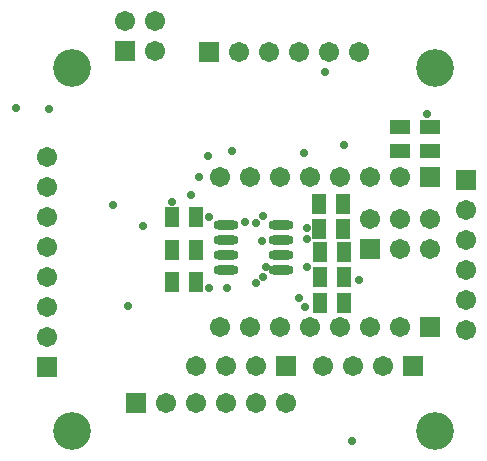
<source format=gbs>
G04*
G04 #@! TF.GenerationSoftware,Altium Limited,Altium Designer,19.1.8 (144)*
G04*
G04 Layer_Color=16711935*
%FSLAX25Y25*%
%MOIN*%
G70*
G01*
G75*
%ADD26R,0.04800X0.06800*%
%ADD28R,0.06800X0.04800*%
%ADD33R,0.06706X0.06706*%
%ADD34C,0.06706*%
%ADD35R,0.06706X0.06706*%
%ADD36C,0.02769*%
%ADD37C,0.12611*%
%ADD48O,0.08280X0.03162*%
D26*
X113000Y65000D02*
D03*
X105000D02*
D03*
Y82000D02*
D03*
X113000D02*
D03*
Y73750D02*
D03*
X105000D02*
D03*
X63500Y72000D02*
D03*
X55500D02*
D03*
X104500Y89750D02*
D03*
X112500D02*
D03*
X55500Y82750D02*
D03*
X63500D02*
D03*
X55500Y93500D02*
D03*
X63500D02*
D03*
X104500Y98000D02*
D03*
X112500D02*
D03*
D28*
X131500Y123500D02*
D03*
Y115500D02*
D03*
X141500Y123500D02*
D03*
Y115500D02*
D03*
D33*
X68000Y148500D02*
D03*
X40000Y149000D02*
D03*
X93500Y44000D02*
D03*
X121500Y83000D02*
D03*
X141500Y57000D02*
D03*
Y107000D02*
D03*
X136000Y44000D02*
D03*
X43500Y31500D02*
D03*
D34*
X78000Y148500D02*
D03*
X88000D02*
D03*
X98000D02*
D03*
X108000D02*
D03*
X118000D02*
D03*
X50000Y159000D02*
D03*
Y149000D02*
D03*
X40000Y159000D02*
D03*
X63500Y44000D02*
D03*
X73500D02*
D03*
X83500D02*
D03*
X141500Y93000D02*
D03*
Y83000D02*
D03*
X131500Y93000D02*
D03*
Y83000D02*
D03*
X121500Y93000D02*
D03*
X131500Y57000D02*
D03*
X121500D02*
D03*
X111500D02*
D03*
X101500D02*
D03*
X91500D02*
D03*
X81500D02*
D03*
X71500D02*
D03*
X131500Y107000D02*
D03*
X121500D02*
D03*
X111500D02*
D03*
X101500D02*
D03*
X91500D02*
D03*
X81500D02*
D03*
X71500D02*
D03*
X106000Y44000D02*
D03*
X116000D02*
D03*
X126000D02*
D03*
X53500Y31500D02*
D03*
X63500D02*
D03*
X73500D02*
D03*
X83500D02*
D03*
X93500D02*
D03*
X153500Y96000D02*
D03*
Y86000D02*
D03*
Y76000D02*
D03*
Y66000D02*
D03*
Y56000D02*
D03*
X14000Y53500D02*
D03*
Y63500D02*
D03*
Y73500D02*
D03*
Y83500D02*
D03*
Y93500D02*
D03*
Y103500D02*
D03*
Y113500D02*
D03*
D35*
X153500Y106000D02*
D03*
X14000Y43500D02*
D03*
D36*
X41000Y64000D02*
D03*
X115500Y19000D02*
D03*
X99500Y115000D02*
D03*
X87000Y77000D02*
D03*
X85500Y85500D02*
D03*
X140500Y128000D02*
D03*
X83500Y71615D02*
D03*
X45750Y90500D02*
D03*
X100000Y63500D02*
D03*
X98000Y66500D02*
D03*
X86000Y73500D02*
D03*
X36000Y97500D02*
D03*
X55500Y98500D02*
D03*
X118000Y72500D02*
D03*
X100500Y86375D02*
D03*
X113000Y117500D02*
D03*
X14500Y129500D02*
D03*
X86000Y94000D02*
D03*
X80000Y92000D02*
D03*
X83500Y91500D02*
D03*
X3500Y130000D02*
D03*
X100500Y90000D02*
D03*
X106500Y142000D02*
D03*
X68000Y93500D02*
D03*
X64500Y107000D02*
D03*
X67447Y113947D02*
D03*
X68000Y70000D02*
D03*
X75500Y115500D02*
D03*
X100500Y77000D02*
D03*
X62000Y101000D02*
D03*
X74000Y70000D02*
D03*
D37*
X143110Y143110D02*
D03*
Y22244D02*
D03*
X22244D02*
D03*
Y143110D02*
D03*
D48*
X73425Y75854D02*
D03*
Y80854D02*
D03*
Y85854D02*
D03*
Y90854D02*
D03*
X91929Y75854D02*
D03*
Y80854D02*
D03*
Y85854D02*
D03*
Y90854D02*
D03*
M02*

</source>
